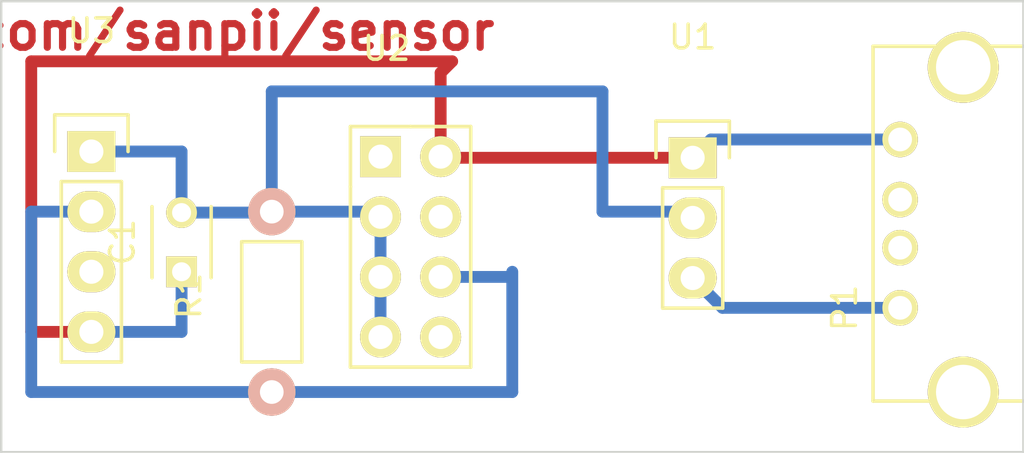
<source format=kicad_pcb>
(kicad_pcb (version 4) (host pcbnew 4.0.2-stable)

  (general
    (links 14)
    (no_connects 2)
    (area 64.719999 48.209999 108.000001 67.360001)
    (thickness 1.6)
    (drawings 5)
    (tracks 38)
    (zones 0)
    (modules 6)
    (nets 12)
  )

  (page A4)
  (layers
    (0 F.Cu jumper hide)
    (31 B.Cu signal)
    (33 F.Adhes user hide)
    (35 F.Paste user hide)
    (37 F.SilkS user)
    (39 F.Mask user hide)
    (40 Dwgs.User user hide)
    (41 Cmts.User user hide)
    (42 Eco1.User user hide)
    (43 Eco2.User user hide)
    (44 Edge.Cuts user)
    (45 Margin user hide)
    (47 F.CrtYd user)
    (49 F.Fab user hide)
  )

  (setup
    (last_trace_width 0.5)
    (trace_clearance 0.2)
    (zone_clearance 0.508)
    (zone_45_only no)
    (trace_min 0.2)
    (segment_width 0.2)
    (edge_width 0.1)
    (via_size 0.6)
    (via_drill 0.4)
    (via_min_size 0.4)
    (via_min_drill 0.3)
    (uvia_size 0.3)
    (uvia_drill 0.1)
    (uvias_allowed no)
    (uvia_min_size 0.2)
    (uvia_min_drill 0.1)
    (pcb_text_width 0.3)
    (pcb_text_size 1.5 1.5)
    (mod_edge_width 0.15)
    (mod_text_size 1 1)
    (mod_text_width 0.15)
    (pad_size 1.5 1.5)
    (pad_drill 0.6)
    (pad_to_mask_clearance 0)
    (aux_axis_origin 71.12 36.83)
    (grid_origin 71.12 36.83)
    (visible_elements FFFFF621)
    (pcbplotparams
      (layerselection 0x00030_80000001)
      (usegerberextensions false)
      (excludeedgelayer true)
      (linewidth 0.100000)
      (plotframeref false)
      (viasonmask false)
      (mode 1)
      (useauxorigin false)
      (hpglpennumber 1)
      (hpglpenspeed 20)
      (hpglpendiameter 15)
      (hpglpenoverlay 2)
      (psnegative false)
      (psa4output false)
      (plotreference true)
      (plotvalue true)
      (plotinvisibletext false)
      (padsonsilk false)
      (subtractmaskfromsilk false)
      (outputformat 1)
      (mirror false)
      (drillshape 1)
      (scaleselection 1)
      (outputdirectory /home/sanpi/projects/domotique/sensor/doc/circuit/))
  )

  (net 0 "")
  (net 1 GND)
  (net 2 /Vout)
  (net 3 "Net-(P1-Pad3)")
  (net 4 "Net-(P1-Pad2)")
  (net 5 "Net-(P1-Pad1)")
  (net 6 "Net-(P1-Pad5)")
  (net 7 /GPIO0)
  (net 8 "Net-(U2-Pad1)")
  (net 9 "Net-(U2-Pad4)")
  (net 10 "Net-(U2-Pad8)")
  (net 11 "Net-(U3-Pad3)")

  (net_class Default "Ceci est la Netclass par défaut"
    (clearance 0.2)
    (trace_width 0.5)
    (via_dia 0.6)
    (via_drill 0.4)
    (uvia_dia 0.3)
    (uvia_drill 0.1)
    (add_net /GPIO0)
    (add_net /Vout)
    (add_net GND)
    (add_net "Net-(P1-Pad1)")
    (add_net "Net-(P1-Pad2)")
    (add_net "Net-(P1-Pad3)")
    (add_net "Net-(P1-Pad5)")
    (add_net "Net-(U2-Pad1)")
    (add_net "Net-(U2-Pad4)")
    (add_net "Net-(U2-Pad8)")
    (add_net "Net-(U3-Pad3)")
  )

  (module esp8266:ESP-01 (layer F.Cu) (tedit 553C10FF) (tstamp 57933F61)
    (at 80.794201 54.827)
    (descr "Module, ESP-8266, ESP-01, 8 pin")
    (tags "Module ESP-8266 ESP8266")
    (path /57928748)
    (fp_text reference U2 (at 0.254 -4.572) (layer F.SilkS)
      (effects (font (size 1 1) (thickness 0.15)))
    )
    (fp_text value ESP-01v090 (at 12.192 3.556) (layer F.Fab)
      (effects (font (size 1 1) (thickness 0.15)))
    )
    (fp_line (start -1.778 -3.302) (end 22.86 -3.302) (layer F.Fab) (width 0.1524))
    (fp_line (start 22.86 -3.302) (end 22.86 10.922) (layer F.Fab) (width 0.1524))
    (fp_line (start 22.86 10.922) (end -1.778 10.922) (layer F.Fab) (width 0.1524))
    (fp_line (start -1.778 10.922) (end -1.778 -3.302) (layer F.Fab) (width 0.1524))
    (fp_line (start 1.27 -1.27) (end -1.27 -1.27) (layer F.SilkS) (width 0.1524))
    (fp_line (start -1.27 -1.27) (end -1.27 1.27) (layer F.SilkS) (width 0.1524))
    (fp_line (start -1.75 -1.75) (end -1.75 9.4) (layer F.CrtYd) (width 0.05))
    (fp_line (start 4.3 -1.75) (end 4.3 9.4) (layer F.CrtYd) (width 0.05))
    (fp_line (start -1.75 -1.75) (end 4.3 -1.75) (layer F.CrtYd) (width 0.05))
    (fp_line (start -1.75 9.4) (end 4.3 9.4) (layer F.CrtYd) (width 0.05))
    (fp_line (start -1.27 1.27) (end -1.27 8.89) (layer F.SilkS) (width 0.1524))
    (fp_line (start -1.27 8.89) (end 3.81 8.89) (layer F.SilkS) (width 0.1524))
    (fp_line (start 3.81 8.89) (end 3.81 -1.27) (layer F.SilkS) (width 0.1524))
    (fp_line (start 3.81 -1.27) (end 1.27 -1.27) (layer F.SilkS) (width 0.1524))
    (pad 1 thru_hole rect (at 0 0) (size 1.7272 1.7272) (drill 1.016) (layers *.Cu *.Mask F.SilkS)
      (net 8 "Net-(U2-Pad1)"))
    (pad 2 thru_hole oval (at 2.54 0) (size 1.7272 1.7272) (drill 1.016) (layers *.Cu *.Mask F.SilkS)
      (net 1 GND))
    (pad 3 thru_hole oval (at 0 2.54) (size 1.7272 1.7272) (drill 1.016) (layers *.Cu *.Mask F.SilkS)
      (net 2 /Vout))
    (pad 4 thru_hole oval (at 2.54 2.54) (size 1.7272 1.7272) (drill 1.016) (layers *.Cu *.Mask F.SilkS)
      (net 9 "Net-(U2-Pad4)"))
    (pad 5 thru_hole oval (at 0 5.08) (size 1.7272 1.7272) (drill 1.016) (layers *.Cu *.Mask F.SilkS)
      (net 2 /Vout))
    (pad 6 thru_hole oval (at 2.54 5.08) (size 1.7272 1.7272) (drill 1.016) (layers *.Cu *.Mask F.SilkS)
      (net 7 /GPIO0))
    (pad 7 thru_hole oval (at 0 7.62) (size 1.7272 1.7272) (drill 1.016) (layers *.Cu *.Mask F.SilkS)
      (net 2 /Vout))
    (pad 8 thru_hole oval (at 2.54 7.62) (size 1.7272 1.7272) (drill 1.016) (layers *.Cu *.Mask F.SilkS)
      (net 10 "Net-(U2-Pad8)"))
  )

  (module Pin_Headers:Pin_Header_Straight_1x04 (layer F.Cu) (tedit 0) (tstamp 57933F69)
    (at 68.58 54.61)
    (descr "Through hole pin header")
    (tags "pin header")
    (path /5792889F)
    (fp_text reference U3 (at 0 -5.1) (layer F.SilkS)
      (effects (font (size 1 1) (thickness 0.15)))
    )
    (fp_text value DHT11 (at 0 -3.1) (layer F.Fab)
      (effects (font (size 1 1) (thickness 0.15)))
    )
    (fp_line (start -1.75 -1.75) (end -1.75 9.4) (layer F.CrtYd) (width 0.05))
    (fp_line (start 1.75 -1.75) (end 1.75 9.4) (layer F.CrtYd) (width 0.05))
    (fp_line (start -1.75 -1.75) (end 1.75 -1.75) (layer F.CrtYd) (width 0.05))
    (fp_line (start -1.75 9.4) (end 1.75 9.4) (layer F.CrtYd) (width 0.05))
    (fp_line (start -1.27 1.27) (end -1.27 8.89) (layer F.SilkS) (width 0.15))
    (fp_line (start 1.27 1.27) (end 1.27 8.89) (layer F.SilkS) (width 0.15))
    (fp_line (start 1.55 -1.55) (end 1.55 0) (layer F.SilkS) (width 0.15))
    (fp_line (start -1.27 8.89) (end 1.27 8.89) (layer F.SilkS) (width 0.15))
    (fp_line (start 1.27 1.27) (end -1.27 1.27) (layer F.SilkS) (width 0.15))
    (fp_line (start -1.55 0) (end -1.55 -1.55) (layer F.SilkS) (width 0.15))
    (fp_line (start -1.55 -1.55) (end 1.55 -1.55) (layer F.SilkS) (width 0.15))
    (pad 1 thru_hole rect (at 0 0) (size 2.032 1.7272) (drill 1.016) (layers *.Cu *.Mask F.SilkS)
      (net 2 /Vout))
    (pad 2 thru_hole oval (at 0 2.54) (size 2.032 1.7272) (drill 1.016) (layers *.Cu *.Mask F.SilkS)
      (net 7 /GPIO0))
    (pad 3 thru_hole oval (at 0 5.08) (size 2.032 1.7272) (drill 1.016) (layers *.Cu *.Mask F.SilkS)
      (net 11 "Net-(U3-Pad3)"))
    (pad 4 thru_hole oval (at 0 7.62) (size 2.032 1.7272) (drill 1.016) (layers *.Cu *.Mask F.SilkS)
      (net 1 GND))
    (model Pin_Headers.3dshapes/Pin_Header_Straight_1x04.wrl
      (at (xyz 0 -0.15 0))
      (scale (xyz 1 1 1))
      (rotate (xyz 0 0 90))
    )
  )

  (module Capacitors_ThroughHole:C_Disc_D3_P2.5 (layer F.Cu) (tedit 0) (tstamp 57933F3E)
    (at 72.39 59.69 90)
    (descr "Capacitor 3mm Disc, Pitch 2.5mm")
    (tags Capacitor)
    (path /5792910D)
    (fp_text reference C1 (at 1.25 -2.5 90) (layer F.SilkS)
      (effects (font (size 1 1) (thickness 0.15)))
    )
    (fp_text value 100nF (at 1.25 2.5 90) (layer F.Fab)
      (effects (font (size 1 1) (thickness 0.15)))
    )
    (fp_line (start -0.9 -1.5) (end 3.4 -1.5) (layer F.CrtYd) (width 0.05))
    (fp_line (start 3.4 -1.5) (end 3.4 1.5) (layer F.CrtYd) (width 0.05))
    (fp_line (start 3.4 1.5) (end -0.9 1.5) (layer F.CrtYd) (width 0.05))
    (fp_line (start -0.9 1.5) (end -0.9 -1.5) (layer F.CrtYd) (width 0.05))
    (fp_line (start -0.25 -1.25) (end 2.75 -1.25) (layer F.SilkS) (width 0.15))
    (fp_line (start 2.75 1.25) (end -0.25 1.25) (layer F.SilkS) (width 0.15))
    (pad 1 thru_hole rect (at 0 0 90) (size 1.3 1.3) (drill 0.8) (layers *.Cu *.Mask F.SilkS)
      (net 1 GND))
    (pad 2 thru_hole circle (at 2.5 0 90) (size 1.3 1.3) (drill 0.8001) (layers *.Cu *.Mask F.SilkS)
      (net 2 /Vout))
    (model Capacitors_ThroughHole.3dshapes/C_Disc_D3_P2.5.wrl
      (at (xyz 0.0492126 0 0))
      (scale (xyz 1 1 1))
      (rotate (xyz 0 0 0))
    )
  )

  (module Connect:USB_A (layer F.Cu) (tedit 5543E289) (tstamp 57933F48)
    (at 102.74512 61.21486 90)
    (descr "USB A connector")
    (tags "USB USB_A")
    (path /57928602)
    (fp_text reference P1 (at 0 -2.35 90) (layer F.SilkS)
      (effects (font (size 1 1) (thickness 0.15)))
    )
    (fp_text value USB_A (at 3.83794 7.43458 90) (layer F.Fab)
      (effects (font (size 1 1) (thickness 0.15)))
    )
    (fp_line (start -5.3 13.2) (end -5.3 -1.4) (layer F.CrtYd) (width 0.05))
    (fp_line (start 11.95 -1.4) (end 11.95 13.2) (layer F.CrtYd) (width 0.05))
    (fp_line (start -5.3 13.2) (end 11.95 13.2) (layer F.CrtYd) (width 0.05))
    (fp_line (start -5.3 -1.4) (end 11.95 -1.4) (layer F.CrtYd) (width 0.05))
    (fp_line (start 11.04986 -1.14512) (end 11.04986 12.95188) (layer F.SilkS) (width 0.15))
    (fp_line (start -3.93614 12.95188) (end -3.93614 -1.14512) (layer F.SilkS) (width 0.15))
    (fp_line (start 11.04986 -1.14512) (end -3.93614 -1.14512) (layer F.SilkS) (width 0.15))
    (fp_line (start 11.04986 12.95188) (end -3.93614 12.95188) (layer F.SilkS) (width 0.15))
    (pad 4 thru_hole circle (at 7.11286 -0.00212) (size 1.50114 1.50114) (drill 1.00076) (layers *.Cu *.Mask F.SilkS)
      (net 1 GND))
    (pad 3 thru_hole circle (at 4.57286 -0.00212) (size 1.50114 1.50114) (drill 1.00076) (layers *.Cu *.Mask F.SilkS)
      (net 3 "Net-(P1-Pad3)"))
    (pad 2 thru_hole circle (at 2.54086 -0.00212) (size 1.50114 1.50114) (drill 1.00076) (layers *.Cu *.Mask F.SilkS)
      (net 4 "Net-(P1-Pad2)"))
    (pad 1 thru_hole circle (at 0.00086 -0.00212) (size 1.50114 1.50114) (drill 1.00076) (layers *.Cu *.Mask F.SilkS)
      (net 5 "Net-(P1-Pad1)"))
    (pad 5 thru_hole circle (at 10.16086 2.66488) (size 2.99974 2.99974) (drill 2.30124) (layers *.Cu *.Mask F.SilkS)
      (net 6 "Net-(P1-Pad5)"))
    (pad 5 thru_hole circle (at -3.55514 2.66488) (size 2.99974 2.99974) (drill 2.30124) (layers *.Cu *.Mask F.SilkS)
      (net 6 "Net-(P1-Pad5)"))
    (model Connect.3dshapes/USB_A.wrl
      (at (xyz 0.14 0 0))
      (scale (xyz 1 1 1))
      (rotate (xyz 0 0 90))
    )
  )

  (module Pin_Headers:Pin_Header_Straight_1x03 (layer F.Cu) (tedit 0) (tstamp 57933F55)
    (at 93.98 54.875)
    (descr "Through hole pin header")
    (tags "pin header")
    (path /579287F1)
    (fp_text reference U1 (at 0 -5.1) (layer F.SilkS)
      (effects (font (size 1 1) (thickness 0.15)))
    )
    (fp_text value AMS1117 (at 0 -3.1) (layer F.Fab)
      (effects (font (size 1 1) (thickness 0.15)))
    )
    (fp_line (start -1.75 -1.75) (end -1.75 6.85) (layer F.CrtYd) (width 0.05))
    (fp_line (start 1.75 -1.75) (end 1.75 6.85) (layer F.CrtYd) (width 0.05))
    (fp_line (start -1.75 -1.75) (end 1.75 -1.75) (layer F.CrtYd) (width 0.05))
    (fp_line (start -1.75 6.85) (end 1.75 6.85) (layer F.CrtYd) (width 0.05))
    (fp_line (start -1.27 1.27) (end -1.27 6.35) (layer F.SilkS) (width 0.15))
    (fp_line (start -1.27 6.35) (end 1.27 6.35) (layer F.SilkS) (width 0.15))
    (fp_line (start 1.27 6.35) (end 1.27 1.27) (layer F.SilkS) (width 0.15))
    (fp_line (start 1.55 -1.55) (end 1.55 0) (layer F.SilkS) (width 0.15))
    (fp_line (start 1.27 1.27) (end -1.27 1.27) (layer F.SilkS) (width 0.15))
    (fp_line (start -1.55 0) (end -1.55 -1.55) (layer F.SilkS) (width 0.15))
    (fp_line (start -1.55 -1.55) (end 1.55 -1.55) (layer F.SilkS) (width 0.15))
    (pad 1 thru_hole rect (at 0 0) (size 2.032 1.7272) (drill 1.016) (layers *.Cu *.Mask F.SilkS)
      (net 1 GND))
    (pad 2 thru_hole oval (at 0 2.54) (size 2.032 1.7272) (drill 1.016) (layers *.Cu *.Mask F.SilkS)
      (net 2 /Vout))
    (pad 3 thru_hole oval (at 0 5.08) (size 2.032 1.7272) (drill 1.016) (layers *.Cu *.Mask F.SilkS)
      (net 5 "Net-(P1-Pad1)"))
    (model Pin_Headers.3dshapes/Pin_Header_Straight_1x03.wrl
      (at (xyz 0 -0.1 0))
      (scale (xyz 1 1 1))
      (rotate (xyz 0 0 90))
    )
  )

  (module Resistors_ThroughHole:Resistor_Horizontal_RM7mm (layer F.Cu) (tedit 569FCF07) (tstamp 5794A6F8)
    (at 76.2 64.77 90)
    (descr "Resistor, Axial,  RM 7.62mm, 1/3W,")
    (tags "Resistor Axial RM 7.62mm 1/3W R3")
    (path /57929199)
    (fp_text reference R1 (at 4.05892 -3.50012 90) (layer F.SilkS)
      (effects (font (size 1 1) (thickness 0.15)))
    )
    (fp_text value "4,7 KΩ" (at 3.81 3.81 90) (layer F.Fab)
      (effects (font (size 1 1) (thickness 0.15)))
    )
    (fp_line (start -1.25 -1.5) (end 8.85 -1.5) (layer F.CrtYd) (width 0.05))
    (fp_line (start -1.25 1.5) (end -1.25 -1.5) (layer F.CrtYd) (width 0.05))
    (fp_line (start 8.85 -1.5) (end 8.85 1.5) (layer F.CrtYd) (width 0.05))
    (fp_line (start -1.25 1.5) (end 8.85 1.5) (layer F.CrtYd) (width 0.05))
    (fp_line (start 1.27 -1.27) (end 6.35 -1.27) (layer F.SilkS) (width 0.15))
    (fp_line (start 6.35 -1.27) (end 6.35 1.27) (layer F.SilkS) (width 0.15))
    (fp_line (start 6.35 1.27) (end 1.27 1.27) (layer F.SilkS) (width 0.15))
    (fp_line (start 1.27 1.27) (end 1.27 -1.27) (layer F.SilkS) (width 0.15))
    (pad 1 thru_hole circle (at 0 0 90) (size 1.99898 1.99898) (drill 1.00076) (layers *.Cu *.SilkS *.Mask)
      (net 7 /GPIO0))
    (pad 2 thru_hole circle (at 7.62 0 90) (size 1.99898 1.99898) (drill 1.00076) (layers *.Cu *.SilkS *.Mask)
      (net 2 /Vout))
  )

  (gr_text https://github.com/sanpii/sensor (at 66.04 49.53) (layer F.Cu)
    (effects (font (size 1.5 1.5) (thickness 0.3)))
  )
  (gr_line (start 64.77 67.31) (end 64.77 48.26) (layer Edge.Cuts) (width 0.1))
  (gr_line (start 107.95 67.31) (end 64.77 67.31) (layer Edge.Cuts) (width 0.1))
  (gr_line (start 107.95 48.26) (end 107.95 67.31) (layer Edge.Cuts) (width 0.1))
  (gr_line (start 64.77 48.26) (end 107.95 48.26) (layer Edge.Cuts) (width 0.1))

  (segment (start 93.98 54.875) (end 83.382201 54.875) (width 0.5) (layer F.Cu) (net 1))
  (segment (start 83.382201 54.875) (end 83.334201 54.827) (width 0.5) (layer F.Cu) (net 1))
  (segment (start 83.82 50.8) (end 83.334201 51.285799) (width 0.5) (layer F.Cu) (net 1))
  (segment (start 83.334201 51.285799) (end 83.334201 54.827) (width 0.5) (layer F.Cu) (net 1))
  (segment (start 66.04 50.8) (end 83.82 50.8) (width 0.5) (layer F.Cu) (net 1))
  (segment (start 66.04 62.23) (end 66.04 50.8) (width 0.5) (layer F.Cu) (net 1))
  (segment (start 68.58 62.23) (end 66.04 62.23) (width 0.5) (layer F.Cu) (net 1))
  (segment (start 68.4276 62.23) (end 68.58 62.23) (width 0.5) (layer F.Cu) (net 1))
  (segment (start 72.39 62.23) (end 72.39 59.69) (width 0.5) (layer B.Cu) (net 1))
  (segment (start 68.58 62.23) (end 72.39 62.23) (width 0.5) (layer B.Cu) (net 1))
  (segment (start 68.4276 62.23) (end 68.58 62.23) (width 0.5) (layer B.Cu) (net 1))
  (segment (start 102.743 54.102) (end 94.753 54.102) (width 0.5) (layer B.Cu) (net 1))
  (segment (start 94.753 54.102) (end 93.98 54.875) (width 0.5) (layer B.Cu) (net 1))
  (segment (start 76.2 52.07) (end 76.2 57.15) (width 0.5) (layer B.Cu) (net 2))
  (segment (start 90.17 52.07) (end 76.2 52.07) (width 0.5) (layer B.Cu) (net 2))
  (segment (start 90.17 57.15) (end 90.17 52.07) (width 0.5) (layer B.Cu) (net 2))
  (segment (start 93.5626 57.15) (end 90.17 57.15) (width 0.5) (layer B.Cu) (net 2))
  (segment (start 93.98 57.415) (end 93.8276 57.415) (width 0.5) (layer B.Cu) (net 2))
  (segment (start 93.8276 57.415) (end 93.5626 57.15) (width 0.5) (layer B.Cu) (net 2))
  (segment (start 72.39 54.61) (end 68.58 54.61) (width 0.5) (layer B.Cu) (net 2))
  (segment (start 72.39 57.19) (end 72.39 54.61) (width 0.5) (layer B.Cu) (net 2))
  (segment (start 80.794201 59.907) (end 80.794201 62.447) (width 0.5) (layer B.Cu) (net 2))
  (segment (start 80.794201 57.367) (end 80.794201 59.907) (width 0.5) (layer B.Cu) (net 2))
  (segment (start 76.2 57.15) (end 80.577201 57.15) (width 0.5) (layer B.Cu) (net 2))
  (segment (start 80.577201 57.15) (end 80.794201 57.367) (width 0.5) (layer B.Cu) (net 2))
  (segment (start 72.39 57.19) (end 76.16 57.19) (width 0.5) (layer B.Cu) (net 2))
  (segment (start 76.16 57.19) (end 76.2 57.15) (width 0.5) (layer B.Cu) (net 2))
  (segment (start 76.16 57.19) (end 76.2 57.15) (width 0.5) (layer F.Cu) (net 2))
  (segment (start 72.39 57.15) (end 72.39 57.19) (width 0.5) (layer F.Cu) (net 2))
  (segment (start 102.743 61.214) (end 95.239 61.214) (width 0.5) (layer B.Cu) (net 5))
  (segment (start 95.239 61.214) (end 93.98 59.955) (width 0.5) (layer B.Cu) (net 5))
  (segment (start 66.04 57.15) (end 68.58 57.15) (width 0.5) (layer B.Cu) (net 7))
  (segment (start 66.04 64.77) (end 66.04 57.15) (width 0.5) (layer B.Cu) (net 7))
  (segment (start 76.2 64.77) (end 66.04 64.77) (width 0.5) (layer B.Cu) (net 7))
  (segment (start 86.143 59.907) (end 83.334201 59.907) (width 0.5) (layer B.Cu) (net 7))
  (segment (start 86.36 64.77) (end 86.36 59.69) (width 0.5) (layer B.Cu) (net 7))
  (segment (start 76.2 64.77) (end 86.36 64.77) (width 0.5) (layer B.Cu) (net 7))
  (segment (start 68.757 57.367) (end 68.58 57.19) (width 0.25) (layer F.Cu) (net 7))

)

</source>
